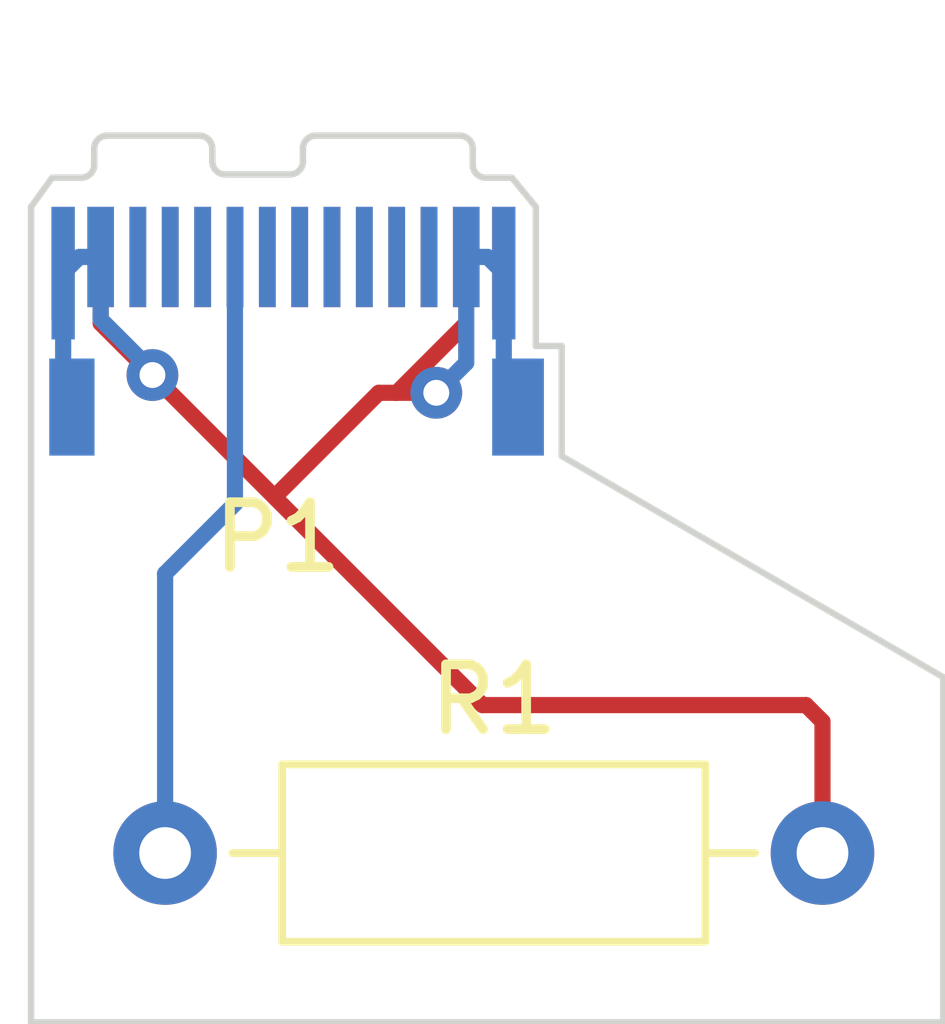
<source format=kicad_pcb>
(kicad_pcb (version 20211014) (generator pcbnew)
  (layers (0 "F.Cu" signal "Front") (31 "B.Cu" signal "Back") (34 "B.Paste" user) (35 "F.Paste" user) (36 "B.SilkS" user "B.Silkscreen") (37 "F.SilkS" user "F.Silkscreen") (38 "B.Mask" user) (39 "F.Mask" user) (44 "Edge.Cuts" user))
  (net 0 "")
  (net 1 "Net-(P1-PadA1)")
  (net 16 "unconnected-(R1-Pad1)")
  (footprint "Resistor_THT:R_Axial_DIN0207_L6.3mm_D2.5mm_P10.16mm_Horizontal" (layer "F.Cu") (at 135.509 102.489)
    (fp_text reference "R1" (at 5.08 -2.37) (layer "F.SilkS"))
    (fp_text value "10K")
    (fp_line (start 8.35 1.37) (end 8.35 -1.37) (layer "F.SilkS") (width 0.12))
    (fp_line (start 9.12 0) (end 8.35 0) (layer "F.SilkS") (width 0.12))
    (fp_line (start 1.04 0) (end 1.81 0) (layer "F.SilkS") (width 0.12))
    (fp_line (start 1.81 1.37) (end 8.35 1.37) (layer "F.SilkS") (width 0.12))
    (fp_line (start 1.81 -1.37) (end 1.81 1.37) (layer "F.SilkS") (width 0.12))
    (fp_line (start 8.35 -1.37) (end 1.81 -1.37) (layer "F.SilkS") (width 0.12))
    (pad "1" thru_hole circle (at 0 0) (size 1.6 1.6) (drill 0.8) (layers *.Cu *.Mask) (net 16 "unconnected-(R1-Pad1)"))
    (pad "2" thru_hole oval (at 10.16 0) (size 1.6 1.6) (drill 0.8) (layers *.Cu *.Mask) (net 1 "Net-(P1-PadA1)"))
  )
  (footprint "Connector_USB:USB_C_Plug_JAE_DX07P024AJ1" (layer "F.Cu") (at 137.3385 94.425 180)
    (fp_text reference "P1" (at 0.09 -3.1875) (layer "F.SilkS"))
    (fp_text value "USB_C_Plug")
    (fp_line (start 3.575 2.3725) (end 3.9 1.9225) (layer "Edge.Cuts") (width 0.1))
    (fp_line (start -0.1 2.4225) (end 0.9 2.4225) (layer "Edge.Cuts") (width 0.1))
    (fp_line (start -3.125 2.3725) (end -3.53 2.3725) (layer "Edge.Cuts") (width 0.1))
    (fp_line (start -3.9 1.9225) (end -3.9 -0.2275) (layer "Edge.Cuts") (width 0.1))
    (fp_line (start -4.3 -0.2275) (end -3.9 -0.2275) (layer "Edge.Cuts") (width 0.1))
    (fp_line (start -3.53 2.3725) (end -3.9 1.9225) (layer "Edge.Cuts") (width 0.1))
    (fp_line (start 1.1 2.8225) (end 1.1 2.6225) (layer "Edge.Cuts") (width 0.1))
    (fp_line (start -0.5 3.0225) (end -2.725 3.0225) (layer "Edge.Cuts") (width 0.1))
    (fp_line (start 1.3 3.0225) (end 2.725 3.0225) (layer "Edge.Cuts") (width 0.1))
    (fp_line (start 3.9 1.9225) (end 3.9 -1.9175) (layer "Edge.Cuts") (width 0.1))
    (fp_line (start -2.925 2.8225) (end -2.925 2.5725) (layer "Edge.Cuts") (width 0.1))
    (fp_line (start 2.925 2.8225) (end 2.925 2.5725) (layer "Edge.Cuts") (width 0.1))
    (fp_line (start -0.3 2.6225) (end -0.3 2.8225) (layer "Edge.Cuts") (width 0.1))
    (fp_line (start 3.125 2.3725) (end 3.575 2.3725) (layer "Edge.Cuts") (width 0.1))
    (fp_line (start -4.3 -1.93) (end -4.3 -0.2275) (layer "Edge.Cuts") (width 0.1))
    (fp_arc (start 2.925 2.8225) (mid 2.866421 2.963921) (end 2.725 3.0225) (layer "Edge.Cuts") (width 0.1))
    (fp_arc (start -2.725 3.0225) (mid -2.866421 2.963921) (end -2.925 2.8225) (layer "Edge.Cuts") (width 0.1))
    (fp_arc (start 1.3 3.0225) (mid 1.158579 2.963921) (end 1.1 2.8225) (layer "Edge.Cuts") (width 0.1))
    (fp_arc (start -3.125 2.3725) (mid -2.983579 2.431079) (end -2.925 2.5725) (layer "Edge.Cuts") (width 0.1))
    (fp_arc (start 0.9 2.4225) (mid 1.041421 2.481079) (end 1.1 2.6225) (layer "Edge.Cuts") (width 0.1))
    (fp_arc (start 2.925 2.5725) (mid 2.983579 2.431079) (end 3.125 2.3725) (layer "Edge.Cuts") (width 0.1))
    (fp_arc (start -0.3 2.6225) (mid -0.241421 2.481079) (end -0.1 2.4225) (layer "Edge.Cuts") (width 0.1))
    (fp_arc (start -0.3 2.8225) (mid -0.358579 2.963921) (end -0.5 3.0225) (layer "Edge.Cuts") (width 0.1))
    (pad "" smd rect (at 3.405 1.0475 180) (size 0.36 1.75) (layers "F.Cu" "F.Mask"))
    (pad "" smd rect (at -3.405 1.0475 180) (size 0.36 1.75) (layers "F.Cu" "F.Mask"))
    (pad "A1" smd rect (at 2.825 1.1475 180) (size 0.41 1.55) (layers "F.Cu" "F.Paste" "F.Mask") (net 1 "Net-(P1-PadA1)"))
    (pad "A2" smd rect (at 2.25 1.1475 180) (size 0.26 1.55) (layers "F.Cu" "F.Paste" "F.Mask"))
    (pad "A3" smd rect (at 1.75 1.1475 180) (size 0.26 1.55) (layers "F.Cu" "F.Paste" "F.Mask"))
    (pad "A4" smd rect (at 1.25 1.1475 180) (size 0.26 1.55) (layers "F.Cu" "F.Paste" "F.Mask"))
    (pad "A5" smd rect (at 0.75 1.1475 180) (size 0.26 1.55) (layers "F.Cu" "F.Paste" "F.Mask"))
    (pad "A6" smd rect (at 0.25 1.1475) (size 0.26 1.55) (layers "F.Cu" "F.Paste" "F.Mask"))
    (pad "A7" smd rect (at -0.25 1.1475) (size 0.26 1.55) (layers "F.Cu" "F.Paste" "F.Mask"))
    (pad "A8" smd rect (at -0.75 1.1475 180) (size 0.26 1.55) (layers "F.Cu" "F.Paste" "F.Mask"))
    (pad "A9" smd rect (at -1.25 1.1475 180) (size 0.26 1.55) (layers "F.Cu" "F.Paste" "F.Mask"))
    (pad "A10" smd rect (at -1.75 1.1475 180) (size 0.26 1.55) (layers "F.Cu" "F.Paste" "F.Mask"))
    (pad "A11" smd rect (at -2.25 1.1475 180) (size 0.26 1.55) (layers "F.Cu" "F.Paste" "F.Mask"))
    (pad "A12" smd rect (at -2.825 1.1475 180) (size 0.41 1.55) (layers "F.Cu" "F.Paste" "F.Mask") (net 1 "Net-(P1-PadA1)"))
    (pad "B1" smd rect (at -2.825 1.1475 180) (size 0.41 1.55) (layers "B.Cu" "B.Paste" "B.Mask") (net 1 "Net-(P1-PadA1)"))
    (pad "B2" smd rect (at -2.25 1.1475 180) (size 0.26 1.55) (layers "B.Cu" "B.Paste" "B.Mask"))
    (pad "B3" smd rect (at -1.75 1.1475 180) (size 0.26 1.55) (layers "B.Cu" "B.Paste" "B.Mask"))
    (pad "B4" smd rect (at -1.25 1.1475 180) (size 0.26 1.55) (layers "B.Cu" "B.Paste" "B.Mask"))
    (pad "B5" smd rect (at -0.75 1.1475 180) (size 0.26 1.55) (layers "B.Cu" "B.Paste" "B.Mask"))
    (pad "B6" smd rect (at -0.25 1.1475) (size 0.26 1.55) (layers "B.Cu" "B.Paste" "B.Mask"))
    (pad "B7" smd rect (at 0.25 1.1475 180) (size 0.26 1.55) (layers "B.Cu" "B.Paste" "B.Mask"))
    (pad "B8" smd rect (at 0.75 1.1475 180) (size 0.26 1.55) (layers "B.Cu" "B.Paste" "B.Mask") (net 16 "unconnected-(R1-Pad1)"))
    (pad "B9" smd rect (at 1.25 1.1475 180) (size 0.26 1.55) (layers "B.Cu" "B.Paste" "B.Mask"))
    (pad "B10" smd rect (at 1.75 1.1475 180) (size 0.26 1.55) (layers "B.Cu" "B.Paste" "B.Mask"))
    (pad "B11" smd rect (at 2.25 1.1475 180) (size 0.26 1.55) (layers "B.Cu" "B.Paste" "B.Mask"))
    (pad "B12" smd rect (at 2.825 1.1475 180) (size 0.41 1.55) (layers "B.Cu" "B.Paste" "B.Mask") (net 1 "Net-(P1-PadA1)"))
    (pad "S1" smd rect (at -3.625 -1.1725 180) (size 0.8 1.5) (layers "B.Cu" "B.Paste" "B.Mask") (net 1 "Net-(P1-PadA1)"))
    (pad "S1" smd rect (at -3.405 0.8975 180) (size 0.36 2.05) (layers "B.Cu" "B.Paste" "B.Mask") (net 1 "Net-(P1-PadA1)"))
    (pad "S1" smd rect (at 3.27 -1.1725) (size 0.7 1.5) (layers "B.Cu" "B.Paste" "B.Mask") (net 1 "Net-(P1-PadA1)"))
    (pad "S1" smd rect (at 3.405 0.8975 180) (size 0.36 2.05) (layers "B.Cu" "B.Paste" "B.Mask") (net 1 "Net-(P1-PadA1)"))
  )
  (gr_line (start 147.5355 99.7715) (end 141.6385 96.355) (layer "Edge.Cuts") (width 0.1))
  (gr_line (start 133.4385 96.3425) (end 133.4385 105.1055) (layer "Edge.Cuts") (width 0.1))
  (gr_line (start 133.4385 105.1055) (end 147.5355 105.1055) (layer "Edge.Cuts") (width 0.1))
  (gr_line (start 147.5355 105.1055) (end 147.5355 99.7715) (layer "Edge.Cuts") (width 0.1))
  (segment (start 140.414 100.203) (end 145.415 100.203) (width 0.25) (layer "F.Cu") (net 1))
  (segment (start 134.5135 94.3025) (end 135.3135 95.1025) (width 0.25) (layer "F.Cu") (net 1))
  (segment (start 134.5135 93.2775) (end 134.5135 94.3025) (width 0.25) (layer "F.Cu") (net 1))
  (segment (start 139.089 95.377) (end 139.077 95.377) (width 0.25) (layer "F.Cu") (net 1))
  (segment (start 137.1995 96.9885) (end 140.414 100.203) (width 0.25) (layer "F.Cu") (net 1))
  (segment (start 138.811 95.377) (end 139.077 95.377) (width 0.25) (layer "F.Cu") (net 1))
  (segment (start 140.1635 93.2775) (end 140.1635 94.3025) (width 0.25) (layer "F.Cu") (net 1))
  (segment (start 145.415 100.203) (end 145.669 100.457) (width 0.25) (layer "F.Cu") (net 1))
  (segment (start 145.669 100.457) (end 145.669 102.489) (width 0.25) (layer "F.Cu") (net 1))
  (segment (start 139.077 95.377) (end 139.7 95.377) (width 0.25) (layer "F.Cu") (net 1))
  (segment (start 140.1635 94.3025) (end 139.089 95.377) (width 0.25) (layer "F.Cu") (net 1))
  (segment (start 137.1995 96.9885) (end 138.811 95.377) (width 0.25) (layer "F.Cu") (net 1))
  (segment (start 135.3135 95.1025) (end 137.1995 96.9885) (width 0.25) (layer "F.Cu") (net 1))
  (via (at 139.7 95.377) (size 0.8) (drill 0.4) (layers "F.Cu" "B.Cu") (net 1))
  (via (at 135.3135 95.1025) (size 0.8) (drill 0.4) (layers "F.Cu" "B.Cu") (net 1))
  (segment (start 134.5135 93.2775) (end 134.5135 94.2425) (width 0.25) (layer "B.Cu") (net 1))
  (segment (start 140.7435 95.3775) (end 140.9635 95.5975) (width 0.25) (layer "B.Cu") (net 1))
  (segment (start 140.1635 93.2775) (end 140.4935 93.2775) (width 0.25) (layer "B.Cu") (net 1))
  (segment (start 140.4935 93.2775) (end 140.7435 93.5275) (width 0.25) (layer "B.Cu") (net 1))
  (segment (start 134.1835 93.2775) (end 133.9335 93.5275) (width 0.25) (layer "B.Cu") (net 1))
  (segment (start 133.9335 93.5275) (end 133.9335 95.4625) (width 0.25) (layer "B.Cu") (net 1))
  (segment (start 139.7 95.377) (end 140.1635 94.9135) (width 0.25) (layer "B.Cu") (net 1))
  (segment (start 135.3135 95.0425) (end 135.3135 95.1025) (width 0.25) (layer "B.Cu") (net 1))
  (segment (start 140.7435 93.5275) (end 140.7435 95.3775) (width 0.25) (layer "B.Cu") (net 1))
  (segment (start 133.9335 95.4625) (end 134.0685 95.5975) (width 0.25) (layer "B.Cu") (net 1))
  (segment (start 134.5135 93.2775) (end 134.1835 93.2775) (width 0.25) (layer "B.Cu") (net 1))
  (segment (start 134.5135 94.2425) (end 135.3135 95.0425) (width 0.25) (layer "B.Cu") (net 1))
  (segment (start 140.1635 94.9135) (end 140.1635 93.2775) (width 0.25) (layer "B.Cu") (net 1))
  (segment (start 136.5885 93.2775) (end 136.5885 97.0915) (width 0.25) (layer "B.Cu") (net 16))
  (segment (start 136.5885 97.0915) (end 135.509 98.171) (width 0.25) (layer "B.Cu") (net 16))
  (segment (start 135.509 98.171) (end 135.509 102.489) (width 0.25) (layer "B.Cu") (net 16))
)
</source>
